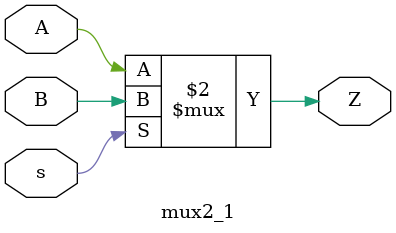
<source format=v>
`timescale 1ns / 1ps
module mux2_1(A,B,Z,s);
input A,B;
input s;
output Z;
assign Z=(s==0)?A:B;
endmodule

</source>
